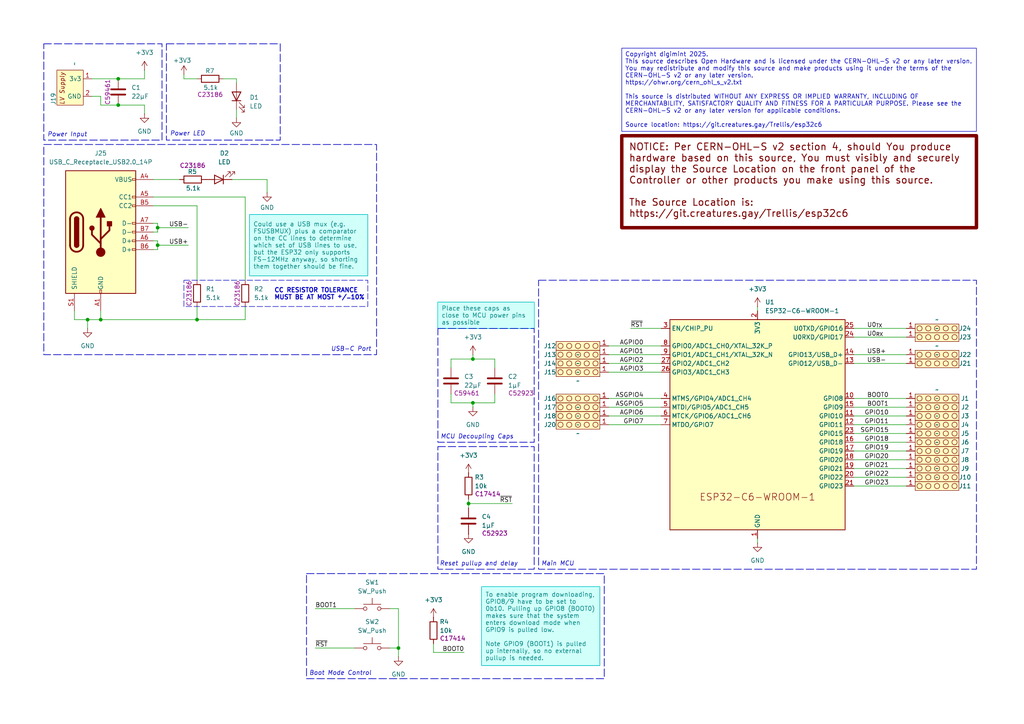
<source format=kicad_sch>
(kicad_sch (version 20231120) (generator "eeschema") (generator_version "8.0")
  (paper "A4")
  (title_block (title "Trellis ESP32-C6-WROOM module") (date "2025-04-03") (rev "1") (company "https://git.creatures.gay/Trellis/esp32c6") (comment 3 "Licensed under the CERN OHL-S v2") (comment 4 "Copyright 2025 digimint"))
  (lib_symbols
    (symbol "Connector:USB_C_Receptacle_USB2.0_14P" (pin_names (offset 1.016))
      (property "Reference" "J" (at 0 22.225 0))
      (property "Value" "USB_C_Receptacle_USB2.0_14P" (at 0 19.685 0))
      (symbol "USB_C_Receptacle_USB2.0_14P_0_0"
        (rectangle (start -0.254 -17.78) (end 0.254 -16.764))
        (rectangle (start 10.16 -4.826) (end 9.144 -5.334))
        (rectangle (start 10.16 -2.286) (end 9.144 -2.794))
        (rectangle (start 10.16 0.254) (end 9.144 -0.254))
        (rectangle (start 10.16 2.794) (end 9.144 2.286))
        (rectangle (start 10.16 7.874) (end 9.144 7.366))
        (rectangle (start 10.16 10.414) (end 9.144 9.906))
        (rectangle (start 10.16 15.494) (end 9.144 14.986))
      )
      (symbol "USB_C_Receptacle_USB2.0_14P_0_1"
        (rectangle (start -10.16 17.78) (end 10.16 -17.78) (stroke (width 0.254)) (fill (type background)))
        (arc (start -8.89 -3.81) (mid -6.985 -5.7067) (end -5.08 -3.81) (stroke (width 0.508)))
        (arc (start -7.62 -3.81) (mid -6.985 -4.4423) (end -6.35 -3.81) (stroke (width 0.254)))
        (arc (start -7.62 -3.81) (mid -6.985 -4.4423) (end -6.35 -3.81) (stroke (width 0.254)) (fill (type outline)))
        (rectangle (start -7.62 -3.81) (end -6.35 3.81) (stroke (width 0.254)) (fill (type outline)))
        (arc (start -6.35 3.81) (mid -6.985 4.4423) (end -7.62 3.81) (stroke (width 0.254)))
        (arc (start -6.35 3.81) (mid -6.985 4.4423) (end -7.62 3.81) (stroke (width 0.254)) (fill (type outline)))
        (arc (start -5.08 3.81) (mid -6.985 5.7067) (end -8.89 3.81) (stroke (width 0.508)))
        (circle (center -2.54 1.143) (radius 0.635) (stroke (width 0.254)) (fill (type outline)))
        (circle (center 0 -5.842) (radius 1.27) (fill (type outline)))
        (polyline (pts (xy -8.89 -3.81) (xy -8.89 3.81)) (stroke (width 0.508)))
        (polyline (pts (xy -5.08 3.81) (xy -5.08 -3.81)) (stroke (width 0.508)))
        (polyline (pts (xy 0 -5.842) (xy 0 4.318)) (stroke (width 0.508)))
        (polyline (pts (xy 0 -3.302) (xy -2.54 -0.762) (xy -2.54 0.508)) (stroke (width 0.508)))
        (polyline (pts (xy 0 -2.032) (xy 2.54 0.508) (xy 2.54 1.778)) (stroke (width 0.508)))
        (polyline (pts (xy -1.27 4.318) (xy 0 6.858) (xy 1.27 4.318) (xy -1.27 4.318)) (stroke (width 0.254)) (fill (type outline)))
        (rectangle (start 1.905 1.778) (end 3.175 3.048) (stroke (width 0.254)) (fill (type outline)))
      )
      (symbol "USB_C_Receptacle_USB2.0_14P_1_1"
        (pin passive line (at 0 -22.86 90) (length 5.08) (name "GND") (number "A1"))
        (pin passive line (at 0 -22.86 90) (length 5.08) hide (name "GND") (number "A12"))
        (pin passive line (at 15.24 15.24 180) (length 5.08) (name "VBUS") (number "A4"))
        (pin bidirectional line (at 15.24 10.16 180) (length 5.08) (name "CC1") (number "A5"))
        (pin bidirectional line (at 15.24 -2.54 180) (length 5.08) (name "D+") (number "A6"))
        (pin bidirectional line (at 15.24 2.54 180) (length 5.08) (name "D-") (number "A7"))
        (pin passive line (at 15.24 15.24 180) (length 5.08) hide (name "VBUS") (number "A9"))
        (pin passive line (at 0 -22.86 90) (length 5.08) hide (name "GND") (number "B1"))
        (pin passive line (at 0 -22.86 90) (length 5.08) hide (name "GND") (number "B12"))
        (pin passive line (at 15.24 15.24 180) (length 5.08) hide (name "VBUS") (number "B4"))
        (pin bidirectional line (at 15.24 7.62 180) (length 5.08) (name "CC2") (number "B5"))
        (pin bidirectional line (at 15.24 -5.08 180) (length 5.08) (name "D+") (number "B6"))
        (pin bidirectional line (at 15.24 0 180) (length 5.08) (name "D-") (number "B7"))
        (pin passive line (at 15.24 15.24 180) (length 5.08) hide (name "VBUS") (number "B9"))
        (pin passive line (at -7.62 -22.86 90) (length 5.08) (name "SHIELD") (number "S1"))
      )
    )
    (symbol "Device:C" (pin_numbers hide) (pin_names (offset 0.254))
      (property "Reference" "C" (at 0.635 2.54 0))
      (property "Value" "C" (at 0.635 -2.54 0))
      (symbol "C_0_1"
        (polyline (pts (xy -2.032 -0.762) (xy 2.032 -0.762)) (stroke (width 0.508)))
        (polyline (pts (xy -2.032 0.762) (xy 2.032 0.762)) (stroke (width 0.508)))
      )
      (symbol "C_1_1"
        (pin passive line (at 0 3.81 270) (length 2.794) (name "~") (number "1"))
        (pin passive line (at 0 -3.81 90) (length 2.794) (name "~") (number "2"))
      )
    )
    (symbol "Device:LED" (pin_numbers hide) (pin_names (offset 1.016) hide)
      (property "Reference" "D" (at 0 2.54 0))
      (property "Value" "LED" (at 0 -2.54 0))
      (symbol "LED_0_1"
        (polyline (pts (xy -1.27 -1.27) (xy -1.27 1.27)) (stroke (width 0.254)))
        (polyline (pts (xy -1.27 0) (xy 1.27 0)))
        (polyline (pts (xy 1.27 -1.27) (xy 1.27 1.27) (xy -1.27 0) (xy 1.27 -1.27)) (stroke (width 0.254)))
        (polyline (pts (xy -3.048 -0.762) (xy -4.572 -2.286) (xy -3.81 -2.286) (xy -4.572 -2.286) (xy -4.572 -1.524)))
        (polyline (pts (xy -1.778 -0.762) (xy -3.302 -2.286) (xy -2.54 -2.286) (xy -3.302 -2.286) (xy -3.302 -1.524)))
      )
      (symbol "LED_1_1"
        (pin passive line (at -3.81 0 0) (length 2.54) (name "K") (number "1"))
        (pin passive line (at 3.81 0 180) (length 2.54) (name "A") (number "2"))
      )
    )
    (symbol "Device:R" (pin_numbers hide) (pin_names (offset 0))
      (property "Reference" "R" (at 2.032 0 90))
      (property "Value" "R" (at 0 0 90))
      (symbol "R_0_1"
        (rectangle (start -1.016 -2.54) (end 1.016 2.54) (stroke (width 0.254)))
      )
      (symbol "R_1_1"
        (pin passive line (at 0 3.81 270) (length 1.27) (name "~") (number "1"))
        (pin passive line (at 0 -3.81 90) (length 1.27) (name "~") (number "2"))
      )
    )
    (symbol "PCM_Espressif:ESP32-C6-WROOM-1"
      (property "Reference" "U" (at -25.4 35.56 0))
      (property "Value" "ESP32-C6-WROOM-1" (at -25.4 33.02 0))
      (symbol "ESP32-C6-WROOM-1_0_0"
        (text "ESP32-C6-WROOM-1" (at 0 -20.955 0) (effects (font (size 2 2))))
      )
      (symbol "ESP32-C6-WROOM-1_0_1"
        (rectangle (start -25.4 30.48) (end 25.4 -30.48) (stroke (width 0.254)) (fill (type background)))
      )
      (symbol "ESP32-C6-WROOM-1_1_1"
        (pin power_in line (at 0 -33.02 90) (length 2.54) (name "GND") (number "1"))
        (pin bidirectional line (at 27.94 7.62 180) (length 2.54) (name "GPIO8") (number "10"))
        (pin bidirectional line (at 27.94 2.54 180) (length 2.54) (name "GPIO10") (number "11"))
        (pin bidirectional line (at 27.94 0 180) (length 2.54) (name "GPIO11") (number "12"))
        (pin bidirectional line (at 27.94 17.78 180) (length 2.54) (name "GPIO12/USB_D-") (number "13"))
        (pin bidirectional line (at 27.94 20.32 180) (length 2.54) (name "GPIO13/USB_D+") (number "14"))
        (pin bidirectional line (at 27.94 5.08 180) (length 2.54) (name "GPIO9") (number "15"))
        (pin bidirectional line (at 27.94 -5.08 180) (length 2.54) (name "GPIO18") (number "16"))
        (pin bidirectional line (at 27.94 -7.62 180) (length 2.54) (name "GPIO19") (number "17"))
        (pin bidirectional line (at 27.94 -10.16 180) (length 2.54) (name "GPIO20") (number "18"))
        (pin bidirectional line (at 27.94 -12.7 180) (length 2.54) (name "GPIO21") (number "19"))
        (pin power_in line (at 0 33.02 270) (length 2.54) (name "3V3") (number "2"))
        (pin bidirectional line (at 27.94 -15.24 180) (length 2.54) (name "GPIO22") (number "20"))
        (pin bidirectional line (at 27.94 -17.78 180) (length 2.54) (name "GPIO23") (number "21"))
        (pin no_connect line (at -25.4 -12.7 0) (length 2.54) hide (name "NC") (number "22"))
        (pin bidirectional line (at 27.94 -2.54 180) (length 2.54) (name "GPIO15") (number "23"))
        (pin bidirectional line (at 27.94 25.4 180) (length 2.54) (name "U0RXD/GPIO17") (number "24"))
        (pin bidirectional line (at 27.94 27.94 180) (length 2.54) (name "U0TXD/GPIO16") (number "25"))
        (pin bidirectional line (at -27.94 15.24 0) (length 2.54) (name "GPIO3/ADC1_CH3") (number "26"))
        (pin bidirectional line (at -27.94 17.78 0) (length 2.54) (name "GPIO2/ADC1_CH2") (number "27"))
        (pin passive line (at 0 -33.02 90) (length 2.54) hide (name "GND") (number "28"))
        (pin passive line (at 0 -33.02 90) (length 2.54) hide (name "GND") (number "29"))
        (pin input line (at -27.94 27.94 0) (length 2.54) (name "EN/CHIP_PU") (number "3"))
        (pin bidirectional line (at -27.94 7.62 0) (length 2.54) (name "MTMS/GPIO4/ADC1_CH4") (number "4"))
        (pin bidirectional line (at -27.94 5.08 0) (length 2.54) (name "MTDI/GPIO5/ADC1_CH5") (number "5"))
        (pin bidirectional line (at -27.94 2.54 0) (length 2.54) (name "MTCK/GPIO6/ADC1_CH6") (number "6"))
        (pin bidirectional line (at -27.94 0 0) (length 2.54) (name "MTDO/GPIO7") (number "7"))
        (pin bidirectional line (at -27.94 22.86 0) (length 2.54) (name "GPIO0/ADC1_CH0/XTAL_32K_P") (number "8"))
        (pin bidirectional line (at -27.94 20.32 0) (length 2.54) (name "GPIO1/ADC1_CH1/XTAL_32K_N") (number "9"))
      )
    )
    (symbol "ScelOVM_Standard_Symbols:trellis_con_1x5"
      (property "Reference" "J" (at 0 0 0))
      (symbol "trellis_con_1x5_0_1"
        (circle (center 0 -2.54) (radius 0.75))
        (circle (center 2.54 -2.54) (radius 0.75))
        (circle (center 5.08 -2.54) (radius 0.75))
        (circle (center 7.62 -2.54) (radius 0.75))
        (circle (center 10.16 -2.54) (radius 0.75))
      )
      (symbol "trellis_con_1x5_1_1"
        (rectangle (start -1.27 -1.27) (end 11.43 -3.81) (fill (type background)))
        (pin bidirectional line (at -3.81 -2.54 0) (length 2.54) (name "") (number "1"))
      )
    )
    (symbol "ScelOVM_Standard_Symbols:trellis_con_lv"
      (property "Reference" "J" (at -4.572 3.556 0))
      (symbol "trellis_con_lv_1_1"
        (rectangle (start -5.08 2.54) (end 5.08 -5.08) (fill (type background)))
        (text "LV Supply" (at 4.572 1.016 0) (effects (font (size 1.27 1.27) (italic yes)) (justify right)))
        (pin power_in line (at 2.54 -7.62 90) (length 2.54) (name "3v3") (number "1"))
        (pin power_in line (at -2.54 -7.62 90) (length 2.54) (name "GND") (number "2"))
      )
    )
    (symbol "Switch:SW_Push" (pin_numbers hide) (pin_names (offset 1.016) hide)
      (property "Reference" "SW" (at 1.27 2.54 0))
      (property "Value" "SW_Push" (at 0 -1.524 0))
      (symbol "SW_Push_0_1"
        (circle (center -2.032 0) (radius 0.508))
        (polyline (pts (xy 0 1.27) (xy 0 3.048)))
        (polyline (pts (xy 2.54 1.27) (xy -2.54 1.27)))
        (circle (center 2.032 0) (radius 0.508))
        (pin passive line (at -5.08 0 0) (length 2.54) (name "1") (number "1"))
        (pin passive line (at 5.08 0 180) (length 2.54) (name "2") (number "2"))
      )
    )
    (symbol "power:+3V3" (power) (pin_numbers hide) (pin_names (offset 0) hide)
      (property "Value" "+3V3" (at 0 3.556 0))
      (symbol "+3V3_0_1"
        (polyline (pts (xy -0.762 1.27) (xy 0 2.54)))
        (polyline (pts (xy 0 0) (xy 0 2.54)))
        (polyline (pts (xy 0 2.54) (xy 0.762 1.27)))
      )
      (symbol "+3V3_1_1"
        (pin power_in line (at 0 0 90) (length 0) (name "~") (number "1"))
      )
    )
    (symbol "power:GND" (power) (pin_numbers hide) (pin_names (offset 0) hide)
      (property "Value" "GND" (at 0 -3.81 0))
      (symbol "GND_0_1"
        (polyline (pts (xy 0 0) (xy 0 -1.27) (xy 1.27 -1.27) (xy 0 -2.54) (xy -1.27 -1.27) (xy 0 -1.27)))
      )
      (symbol "GND_1_1"
        (pin power_in line (at 0 0 270) (length 0) (name "~") (number "1"))
      )
    )
  )
  (junction (at 137.16 104.14))
  (junction (at 29.21 92.71))
  (junction (at 137.16 116.84))
  (junction (at 115.57 187.96))
  (junction (at 45.72 66.04))
  (junction (at 45.72 71.12))
  (junction (at 34.29 22.86))
  (junction (at 57.15 92.71))
  (junction (at 25.4 92.71))
  (junction (at 135.89 146.05))
  (junction (at 34.29 30.48))
  (wire (pts (xy 34.29 22.86) (xy 41.91 22.86)))
  (wire (pts (xy 137.16 118.11) (xy 137.16 116.84)))
  (wire (pts (xy 68.58 22.86) (xy 68.58 24.13)))
  (wire (pts (xy 29.21 92.71) (xy 29.21 90.17)))
  (wire (pts (xy 45.72 66.04) (xy 45.72 67.31)))
  (wire (pts (xy 219.71 88.9) (xy 219.71 90.17)))
  (wire (pts (xy 262.89 95.25) (xy 247.65 95.25)))
  (wire (pts (xy 137.16 116.84) (xy 143.51 116.84)))
  (wire (pts (xy 176.53 118.11) (xy 191.77 118.11)))
  (wire (pts (xy 130.81 106.68) (xy 130.81 104.14)))
  (wire (pts (xy 130.81 104.14) (xy 137.16 104.14)))
  (wire (pts (xy 176.53 120.65) (xy 191.77 120.65)))
  (wire (pts (xy 25.4 92.71) (xy 29.21 92.71)))
  (wire (pts (xy 135.89 146.05) (xy 148.59 146.05)))
  (wire (pts (xy 143.51 116.84) (xy 143.51 114.3)))
  (wire (pts (xy 52.07 52.07) (xy 44.45 52.07)))
  (wire (pts (xy 262.89 123.19) (xy 247.65 123.19)))
  (wire (pts (xy 262.89 133.35) (xy 247.65 133.35)))
  (wire (pts (xy 26.67 27.94) (xy 29.21 27.94)))
  (wire (pts (xy 44.45 59.69) (xy 57.15 59.69)))
  (wire (pts (xy 130.81 114.3) (xy 130.81 116.84)))
  (wire (pts (xy 115.57 187.96) (xy 115.57 190.5)))
  (wire (pts (xy 219.71 157.48) (xy 219.71 156.21)))
  (wire (pts (xy 71.12 57.15) (xy 71.12 81.28)))
  (wire (pts (xy 34.29 30.48) (xy 41.91 30.48)))
  (wire (pts (xy 45.72 69.85) (xy 45.72 71.12)))
  (wire (pts (xy 26.67 22.86) (xy 34.29 22.86)))
  (wire (pts (xy 262.89 97.79) (xy 247.65 97.79)))
  (wire (pts (xy 176.53 123.19) (xy 191.77 123.19)))
  (wire (pts (xy 45.72 67.31) (xy 44.45 67.31)))
  (wire (pts (xy 115.57 176.53) (xy 115.57 187.96)))
  (wire (pts (xy 41.91 33.02) (xy 41.91 30.48)))
  (wire (pts (xy 135.89 146.05) (xy 135.89 144.78)))
  (wire (pts (xy 91.44 176.53) (xy 102.87 176.53)))
  (wire (pts (xy 53.34 22.86) (xy 53.34 21.59)))
  (wire (pts (xy 262.89 120.65) (xy 247.65 120.65)))
  (wire (pts (xy 182.88 95.25) (xy 191.77 95.25)))
  (wire (pts (xy 77.47 52.07) (xy 77.47 55.88)))
  (wire (pts (xy 125.73 189.23) (xy 134.62 189.23)))
  (wire (pts (xy 41.91 20.32) (xy 41.91 22.86)))
  (wire (pts (xy 67.31 52.07) (xy 77.47 52.07)))
  (wire (pts (xy 68.58 34.29) (xy 68.58 31.75)))
  (wire (pts (xy 262.89 138.43) (xy 247.65 138.43)))
  (wire (pts (xy 29.21 92.71) (xy 57.15 92.71)))
  (wire (pts (xy 45.72 64.77) (xy 45.72 66.04)))
  (wire (pts (xy 143.51 104.14) (xy 143.51 106.68)))
  (wire (pts (xy 45.72 71.12) (xy 54.61 71.12)))
  (wire (pts (xy 45.72 71.12) (xy 45.72 72.39)))
  (wire (pts (xy 262.89 105.41) (xy 247.65 105.41)))
  (wire (pts (xy 45.72 66.04) (xy 54.61 66.04)))
  (wire (pts (xy 113.03 176.53) (xy 115.57 176.53)))
  (wire (pts (xy 262.89 115.57) (xy 247.65 115.57)))
  (wire (pts (xy 176.53 100.33) (xy 191.77 100.33)))
  (wire (pts (xy 262.89 102.87) (xy 247.65 102.87)))
  (wire (pts (xy 25.4 95.25) (xy 25.4 92.71)))
  (wire (pts (xy 137.16 104.14) (xy 143.51 104.14)))
  (wire (pts (xy 29.21 27.94) (xy 29.21 30.48)))
  (wire (pts (xy 262.89 130.81) (xy 247.65 130.81)))
  (wire (pts (xy 91.44 187.96) (xy 102.87 187.96)))
  (wire (pts (xy 53.34 22.86) (xy 57.15 22.86)))
  (wire (pts (xy 176.53 102.87) (xy 191.77 102.87)))
  (wire (pts (xy 113.03 187.96) (xy 115.57 187.96)))
  (wire (pts (xy 71.12 88.9) (xy 71.12 92.71)))
  (wire (pts (xy 135.89 147.32) (xy 135.89 146.05)))
  (wire (pts (xy 176.53 107.95) (xy 191.77 107.95)))
  (wire (pts (xy 262.89 125.73) (xy 247.65 125.73)))
  (wire (pts (xy 57.15 92.71) (xy 71.12 92.71)))
  (wire (pts (xy 21.59 92.71) (xy 25.4 92.71)))
  (wire (pts (xy 130.81 116.84) (xy 137.16 116.84)))
  (wire (pts (xy 45.72 72.39) (xy 44.45 72.39)))
  (wire (pts (xy 125.73 186.69) (xy 125.73 189.23)))
  (wire (pts (xy 262.89 128.27) (xy 247.65 128.27)))
  (wire (pts (xy 176.53 105.41) (xy 191.77 105.41)))
  (wire (pts (xy 137.16 102.87) (xy 137.16 104.14)))
  (wire (pts (xy 57.15 88.9) (xy 57.15 92.71)))
  (wire (pts (xy 262.89 140.97) (xy 247.65 140.97)))
  (wire (pts (xy 64.77 22.86) (xy 68.58 22.86)))
  (wire (pts (xy 44.45 69.85) (xy 45.72 69.85)))
  (wire (pts (xy 29.21 30.48) (xy 34.29 30.48)))
  (wire (pts (xy 44.45 57.15) (xy 71.12 57.15)))
  (wire (pts (xy 262.89 118.11) (xy 247.65 118.11)))
  (wire (pts (xy 176.53 115.57) (xy 191.77 115.57)))
  (wire (pts (xy 21.59 90.17) (xy 21.59 92.71)))
  (wire (pts (xy 262.89 135.89) (xy 247.65 135.89)))
  (wire (pts (xy 44.45 64.77) (xy 45.72 64.77)))
  (wire (pts (xy 57.15 59.69) (xy 57.15 81.28)))
  (rectangle (start 48.26 12.7) (end 81.28 40.64) (stroke (width 0.2) (type dash)))
  (rectangle (start 127 129.54) (end 154.94 165.1) (stroke (width 0.2) (type dash)))
  (rectangle (start 53.34 81.28) (end 106.68 88.9) (stroke (width 0) (type dash)))
  (rectangle (start 12.7 12.7) (end 46.99 40.64) (stroke (width 0.2) (type dash)))
  (rectangle (start 156.21 81.28) (end 283.21 165.1) (stroke (width 0.2) (type dash)))
  (rectangle (start 88.9 166.37) (end 175.26 196.85) (stroke (width 0.2) (type dash)))
  (rectangle (start 127 95.25) (end 154.94 128.27) (stroke (width 0.2) (type dash)))
  (rectangle (start 12.7 41.91) (end 109.22 102.87) (stroke (width 0.2) (type dash)))
  (text_box "To enable program downloading, GPIO8/9 have to be set to 0b10. Pulling up GPIO8 (BOOT0) makes sure that the system enters download mode when GPIO9 is pulled low.\n\nNote GPIO9 (BOOT1) is pulled up internally, so no external pullup is needed." (at 139.7 170.18 0) (size 34.29 22.86) (stroke (width 0.2) (color 0 194 194 1)) (fill (type color) (color 209 255 249 1)) (effects (font (size 1.27 1.27)) (justify left)))
  (text_box "Place these caps as close to MCU power pins as possible" (at 127 87.63 0) (size 27.94 7.62) (stroke (width 0.2) (color 0 194 194 1)) (fill (type color) (color 209 255 249 1)) (effects (font (size 1.27 1.27)) (justify left)))
  (text_box "NOTICE: Per CERN-OHL-S v2 section 4, should You produce hardware based on this source, You must visibly and securely display the Source Location on the front panel of the Controller or other products you make using this source.\n\nThe Source Location is:\nhttps://git.creatures.gay/Trellis/esp32c6" (at 180.34 39.37 0) (size 102.87 26.67) (stroke (width 1) (color 122 0 0 1)) (effects (font (size 2 2) (thickness 0.254) (bold yes)) (justify left top)))
  (text_box "Could use a USB mux (e.g. FSUSBMUX) plus a comparator on the CC lines to determine which set of USB lines to use, but the ESP32 only supports FS-12MHz anyway, so shorting them together should be fine." (at 72.39 62.23 0) (size 34.29 17.78) (stroke (width 0.2) (color 0 194 194 1)) (fill (type color) (color 209 255 249 1)) (effects (font (size 1.27 1.27)) (justify left)))
  (text_box "Copyright digimint 2025.\nThis source describes Open Hardware and is licensed under the CERN-OHL-S v2 or any later version.\nYou may redistribute and modify this source and make products using it under the terms of the CERN-OHL-S v2 or any later version.\nhttps://ohwr.org/cern_ohl_s_v2.txt\n\nThis source is distributed WITHOUT ANY EXPRESS OR IMPLIED WARRANTY, INCLUDING OF MERCHANTABILITY, SATISFACTORY QUALITY AND FITNESS FOR A PARTICULAR PURPOSE. Please see the CERN-OHL-S v2 or any later version for applicable conditions.\n\nSource location: https://git.creatures.gay/Trellis/esp32c6" (at 180.34 13.97 0) (size 102.87 24.13) (effects (font (size 1.27 1.27)) (justify left top)))
  (text "Power LED" (at 49.276 38.862 0) (effects (font (size 1.27 1.27) (italic yes)) (justify left)))
  (text "Main MCU" (at 156.972 163.576 0) (effects (font (size 1.27 1.27) (italic yes)) (justify left)))
  (text "Power Input" (at 13.716 39.116 0) (effects (font (size 1.27 1.27) (italic yes)) (justify left)))
  (text "Reset pullup and delay" (at 127.508 163.576 0) (effects (font (size 1.27 1.27) (italic yes)) (justify left)))
  (text "MCU Decoupling Caps" (at 127.762 126.746 0) (effects (font (size 1.27 1.27) (italic yes)) (justify left)))
  (text "USB-C Port" (at 107.696 101.346 0) (effects (font (size 1.27 1.27) (italic yes)) (justify right)))
  (text "CC RESISTOR TOLERANCE\nMUST BE AT MOST ^{+}/_{-}10%" (at 79.502 87.122 0) (effects (font (size 1.27 1.27) (bold yes)) (justify left bottom)))
  (text "Boot Mode Control" (at 89.662 195.326 0) (effects (font (size 1.27 1.27) (italic yes)) (justify left)))
  (label "~{RST}" (at 148.59 146.05 180))
  (label "AGPIO6" (at 186.69 120.65 180))
  (label "GPIO21" (at 257.81 135.89 180))
  (label "GPIO23" (at 257.81 140.97 180))
  (label "~{RST}" (at 91.44 187.96 0))
  (label "BOOT0" (at 134.62 189.23 180))
  (label "GPIO20" (at 257.81 133.35 180))
  (label "ASGPIO5" (at 186.69 118.11 180))
  (label "AGPIO2" (at 186.69 105.41 180))
  (label "BOOT0" (at 251.46 115.57 0))
  (label "USB+" (at 54.61 71.12 180))
  (label "GPIO19" (at 257.81 130.81 180))
  (label "~{RST}" (at 182.88 95.25 0))
  (label "GPIO22" (at 257.81 138.43 180))
  (label "SGPIO15" (at 257.81 125.73 180))
  (label "BOOT1" (at 251.46 118.11 0))
  (label "U0_{TX}" (at 251.46 95.25 0))
  (label "GPIO18" (at 257.81 128.27 180))
  (label "USB+" (at 251.46 102.87 0))
  (label "BOOT1" (at 91.44 176.53 0))
  (label "AGPIO0" (at 186.69 100.33 180))
  (label "GPIO10" (at 257.81 120.65 180))
  (label "USB-" (at 54.61 66.04 180))
  (label "AGPIO3" (at 186.69 107.95 180))
  (label "AGPIO1" (at 186.69 102.87 180))
  (label "ASGPIO4" (at 186.69 115.57 180))
  (label "U0_{RX}" (at 251.46 97.79 0))
  (label "GPIO11" (at 257.81 123.19 180))
  (label "GPIO7" (at 186.69 123.19 180))
  (label "USB-" (at 251.46 105.41 0))
  (symbol (lib_id "ScelOVM_Standard_Symbols:trellis_con_1x5") (at 172.72 105.41 180) (unit 1)
    (property "Reference" "J13" (at 159.512 102.87 0))
    (property "Value" "~" (at 167.64 105.41 0))
    (property "Footprint" "Trellis:trellis_io_1x5" (effects (hide yes)))
  )
  (symbol (lib_id "Device:LED") (at 63.5 52.07 180) (unit 1)
    (property "Reference" "D2" (at 65.0875 44.45 0))
    (property "Value" "LED" (at 65.0875 46.99 0))
    (property "Footprint" "LED_THT:LED_D5.0mm" (effects (hide yes)))
    (property "Description" "Light emitting diode" (effects (hide yes)))
  )
  (symbol (lib_id "power:GND") (at 115.57 190.5 0) (unit 1)
    (property "Reference" "#PWR013" (effects (hide yes)))
    (property "Value" "GND" (at 115.57 195.58 0))
    (property "Description" "Power symbol creates a global label with name \"GND\" , ground" (effects (hide yes)))
  )
  (symbol (lib_id "Device:R") (at 55.88 52.07 90) (unit 1)
    (property "Reference" "R5" (at 57.15 49.784 90) (effects (justify left)))
    (property "Value" "5.1k" (at 58.166 54.61 90) (effects (justify left)))
    (property "Footprint" "Resistor_SMD:R_0603_1608Metric" (effects (hide yes)))
    (property "Description" "Resistor" (effects (hide yes)))
    (property "LCSC" "C23186" (at 55.88 48.006 90))
  )
  (symbol (lib_id "ScelOVM_Standard_Symbols:trellis_con_1x5") (at 266.7 100.33 0) (unit 1)
    (property "Reference" "J22" (at 279.908 102.87 0))
    (property "Value" "~" (at 271.78 100.33 0))
    (property "Footprint" "Trellis:trellis_io_1x5" (effects (hide yes)))
  )
  (symbol (lib_id "power:+3V3") (at 219.71 88.9 0) (unit 1)
    (property "Reference" "#PWR07" (effects (hide yes)))
    (property "Value" "+3V3" (at 219.71 83.82 0))
    (property "Description" "Power symbol creates a global label with name \"+3V3\"" (effects (hide yes)))
  )
  (symbol (lib_id "Switch:SW_Push") (at 107.95 187.96 0) (unit 1)
    (property "Reference" "SW2" (at 107.95 180.34 0))
    (property "Value" "SW_Push" (at 107.95 182.88 0))
    (property "Footprint" "Button_Switch_THT:SW_PUSH_6mm" (effects (hide yes)))
    (property "Description" "Push button switch, generic, two pins" (effects (hide yes)))
  )
  (symbol (lib_id "ScelOVM_Standard_Symbols:trellis_con_1x5") (at 172.72 107.95 180) (unit 1)
    (property "Reference" "J14" (at 159.512 105.41 0))
    (property "Value" "~" (at 167.64 107.95 0))
    (property "Footprint" "Trellis:trellis_io_1x5" (effects (hide yes)))
  )
  (symbol (lib_id "ScelOVM_Standard_Symbols:trellis_con_1x5") (at 266.7 138.43 0) (unit 1)
    (property "Reference" "J11" (at 279.908 140.97 0))
    (property "Value" "~" (at 271.78 138.43 0))
    (property "Footprint" "Trellis:trellis_io_1x5" (effects (hide yes)))
  )
  (symbol (lib_id "power:GND") (at 137.16 118.11 0) (unit 1)
    (property "Reference" "#PWR05" (effects (hide yes)))
    (property "Value" "GND" (at 137.16 123.19 0))
    (property "Description" "Power symbol creates a global label with name \"GND\" , ground" (effects (hide yes)))
  )
  (symbol (lib_id "ScelOVM_Standard_Symbols:trellis_con_1x5") (at 266.7 123.19 0) (unit 1)
    (property "Reference" "J5" (at 279.908 125.73 0))
    (property "Value" "~" (at 271.78 123.19 0))
    (property "Footprint" "Trellis:trellis_io_1x5" (effects (hide yes)))
  )
  (symbol (lib_id "ScelOVM_Standard_Symbols:trellis_con_1x5") (at 266.7 130.81 0) (unit 1)
    (property "Reference" "J8" (at 279.908 133.35 0))
    (property "Value" "~" (at 271.78 130.81 0))
    (property "Footprint" "Trellis:trellis_io_1x5" (effects (hide yes)))
  )
  (symbol (lib_id "power:GND") (at 77.47 55.88 0) (unit 1)
    (property "Reference" "#PWR014" (effects (hide yes)))
    (property "Value" "GND" (at 77.47 60.198 0))
    (property "Description" "Power symbol creates a global label with name \"GND\" , ground" (effects (hide yes)))
  )
  (symbol (lib_id "power:GND") (at 25.4 95.25 0) (unit 1)
    (property "Reference" "#PWR09" (effects (hide yes)))
    (property "Value" "GND" (at 25.4 100.33 0))
    (property "Description" "Power symbol creates a global label with name \"GND\" , ground" (effects (hide yes)))
  )
  (symbol (lib_id "Device:R") (at 125.73 182.88 0) (unit 1)
    (property "Reference" "R4" (at 127.508 180.34 0) (effects (justify left)))
    (property "Value" "10k" (at 127.508 182.88 0) (effects (justify left)))
    (property "Footprint" "Resistor_SMD:R_0805_2012Metric" (effects (hide yes)))
    (property "Description" "Resistor" (effects (hide yes)))
    (property "LCSC" "C17414" (at 131.318 185.1661 0))
  )
  (symbol (lib_id "Device:C") (at 135.89 151.13 0) (unit 1)
    (property "Reference" "C4" (at 139.7 149.8599 0) (effects (justify left)))
    (property "Value" "1µF" (at 139.7 152.3999 0) (effects (justify left)))
    (property "Footprint" "Capacitor_SMD:C_0402_1005Metric" (effects (hide yes)))
    (property "Description" "Unpolarized capacitor" (effects (hide yes)))
    (property "LCSC" "C52923" (at 143.51 154.686 0))
  )
  (symbol (lib_id "Switch:SW_Push") (at 107.95 176.53 0) (unit 1)
    (property "Reference" "SW1" (at 107.95 168.91 0))
    (property "Value" "SW_Push" (at 107.95 171.45 0))
    (property "Footprint" "Button_Switch_THT:SW_PUSH_6mm" (effects (hide yes)))
    (property "Description" "Push button switch, generic, two pins" (effects (hide yes)))
  )
  (symbol (lib_id "ScelOVM_Standard_Symbols:trellis_con_1x5") (at 266.7 118.11 0) (unit 1)
    (property "Reference" "J3" (at 279.908 120.65 0))
    (property "Value" "~" (at 271.78 118.11 0))
    (property "Footprint" "Trellis:trellis_io_1x5" (effects (hide yes)))
  )
  (symbol (lib_id "Device:C") (at 34.29 26.67 0) (unit 1)
    (property "Reference" "C1" (at 38.1 25.3999 0) (effects (justify left)))
    (property "Value" "22μF" (at 38.1 27.9399 0) (effects (justify left)))
    (property "Footprint" "Capacitor_SMD:C_0603_1608Metric" (effects (hide yes)))
    (property "Description" "Unpolarized capacitor" (effects (hide yes)))
    (property "LCSC" "C59461" (at 31.242 26.67 90))
  )
  (symbol (lib_id "PCM_Espressif:ESP32-C6-WROOM-1") (at 219.71 123.19 0) (unit 1)
    (property "Reference" "U1" (at 221.9041 87.63 0) (effects (justify left)))
    (property "Value" "ESP32-C6-WROOM-1" (at 221.9041 90.17 0) (effects (justify left)))
    (property "Footprint" "PCM_Espressif:ESP32-C6-WROOM-1" (effects (hide yes)))
    (property "Datasheet" "https://www.espressif.com/sites/default/files/documentation/esp32-c6-wroom-1_wroom-1u_datasheet_en.pdf" (effects (hide yes)))
    (property "Description" "ESP32-C6-WROOM-1/U is a module that supports 2.4 GHz Wi-Fi 6 (802.11 ax), Bluetooth® 5 (LE), Zigbee and Thread (802.15.4)" (effects (hide yes)))
  )
  (symbol (lib_id "ScelOVM_Standard_Symbols:trellis_con_1x5") (at 266.7 133.35 0) (unit 1)
    (property "Reference" "J9" (at 279.908 135.89 0))
    (property "Value" "~" (at 271.78 133.35 0))
    (property "Footprint" "Trellis:trellis_io_1x5" (effects (hide yes)))
  )
  (symbol (lib_id "Device:R") (at 57.15 85.09 0) (unit 1)
    (property "Reference" "R1" (at 59.69 83.82 0) (effects (justify left)))
    (property "Value" "5.1k" (at 59.69 86.36 0) (effects (justify left)))
    (property "Footprint" "Resistor_SMD:R_0603_1608Metric" (effects (hide yes)))
    (property "Description" "Resistor" (effects (hide yes)))
    (property "LCSC" "C23186" (at 54.864 85.09 90))
  )
  (symbol (lib_id "ScelOVM_Standard_Symbols:trellis_con_1x5") (at 266.7 125.73 0) (unit 1)
    (property "Reference" "J6" (at 279.908 128.27 0))
    (property "Value" "~" (at 271.78 125.73 0))
    (property "Footprint" "Trellis:trellis_io_1x5" (effects (hide yes)))
  )
  (symbol (lib_id "power:+3V3") (at 135.89 137.16 0) (unit 1)
    (property "Reference" "#PWR010" (effects (hide yes)))
    (property "Value" "+3V3" (at 135.89 132.08 0))
    (property "Description" "Power symbol creates a global label with name \"+3V3\"" (effects (hide yes)))
  )
  (symbol (lib_id "power:+3V3") (at 53.34 21.59 0) (unit 1)
    (property "Reference" "#PWR03" (effects (hide yes)))
    (property "Value" "+3V3" (at 52.832 17.526 0))
    (property "Description" "Power symbol creates a global label with name \"+3V3\"" (effects (hide yes)))
  )
  (symbol (lib_id "ScelOVM_Standard_Symbols:trellis_con_1x5") (at 266.7 92.71 0) (unit 1)
    (property "Reference" "J24" (at 279.908 95.25 0))
    (property "Value" "~" (at 271.78 92.71 0))
    (property "Footprint" "Trellis:trellis_io_1x5" (effects (hide yes)))
  )
  (symbol (lib_id "Device:LED") (at 68.58 27.94 90) (unit 1)
    (property "Reference" "D1" (at 72.39 28.2574 90) (effects (justify right)))
    (property "Value" "LED" (at 72.39 30.7974 90) (effects (justify right)))
    (property "Footprint" "LED_THT:LED_D5.0mm" (effects (hide yes)))
    (property "Description" "Light emitting diode" (effects (hide yes)))
  )
  (symbol (lib_id "power:+3V3") (at 137.16 102.87 0) (unit 1)
    (property "Reference" "#PWR06" (effects (hide yes)))
    (property "Value" "+3V3" (at 137.16 97.79 0))
    (property "Description" "Power symbol creates a global label with name \"+3V3\"" (effects (hide yes)))
  )
  (symbol (lib_id "ScelOVM_Standard_Symbols:trellis_con_1x5") (at 172.72 118.11 180) (unit 1)
    (property "Reference" "J16" (at 159.512 115.57 0))
    (property "Value" "~" (at 167.64 118.11 0))
    (property "Footprint" "Trellis:trellis_io_1x5" (effects (hide yes)))
  )
  (symbol (lib_id "ScelOVM_Standard_Symbols:trellis_con_1x5") (at 172.72 102.87 180) (unit 1)
    (property "Reference" "J12" (at 159.512 100.33 0))
    (property "Value" "~" (at 167.64 102.87 0))
    (property "Footprint" "Trellis:trellis_io_1x5" (effects (hide yes)))
  )
  (symbol (lib_id "ScelOVM_Standard_Symbols:trellis_con_1x5") (at 266.7 95.25 0) (unit 1)
    (property "Reference" "J23" (at 279.908 97.79 0))
    (property "Value" "~" (at 271.78 95.25 0))
    (property "Footprint" "Trellis:trellis_io_1x5" (effects (hide yes)))
  )
  (symbol (lib_id "ScelOVM_Standard_Symbols:trellis_con_1x5") (at 172.72 125.73 180) (unit 1)
    (property "Reference" "J20" (at 159.512 123.19 0))
    (property "Value" "~" (at 167.64 125.73 0))
    (property "Footprint" "Trellis:trellis_io_1x5" (effects (hide yes)))
  )
  (symbol (lib_id "Device:R") (at 135.89 140.97 0) (unit 1)
    (property "Reference" "R3" (at 137.668 138.43 0) (effects (justify left)))
    (property "Value" "10k" (at 137.668 140.97 0) (effects (justify left)))
    (property "Footprint" "Resistor_SMD:R_0805_2012Metric" (effects (hide yes)))
    (property "Description" "Resistor" (effects (hide yes)))
    (property "LCSC" "C17414" (at 141.478 143.2561 0))
  )
  (symbol (lib_id "power:GND") (at 41.91 33.02 0) (unit 1)
    (property "Reference" "#PWR02" (effects (hide yes)))
    (property "Value" "GND" (at 41.91 38.1 0))
    (property "Description" "Power symbol creates a global label with name \"GND\" , ground" (effects (hide yes)))
  )
  (symbol (lib_id "power:+3V3") (at 125.73 179.07 0) (unit 1)
    (property "Reference" "#PWR012" (effects (hide yes)))
    (property "Value" "+3V3" (at 125.73 173.99 0))
    (property "Description" "Power symbol creates a global label with name \"+3V3\"" (effects (hide yes)))
  )
  (symbol (lib_id "Device:C") (at 130.81 110.49 0) (unit 1)
    (property "Reference" "C3" (at 134.62 109.2199 0) (effects (justify left)))
    (property "Value" "22μF" (at 134.62 111.7599 0) (effects (justify left)))
    (property "Footprint" "Capacitor_SMD:C_0603_1608Metric" (effects (hide yes)))
    (property "Description" "Unpolarized capacitor" (effects (hide yes)))
    (property "LCSC" "C59461" (at 135.382 114.046 0))
  )
  (symbol (lib_id "ScelOVM_Standard_Symbols:trellis_con_1x5") (at 266.7 135.89 0) (unit 1)
    (property "Reference" "J10" (at 279.908 138.43 0))
    (property "Value" "~" (at 271.78 135.89 0))
    (property "Footprint" "Trellis:trellis_io_1x5" (effects (hide yes)))
  )
  (symbol (lib_id "ScelOVM_Standard_Symbols:trellis_con_1x5") (at 172.72 123.19 180) (unit 1)
    (property "Reference" "J18" (at 159.512 120.65 0))
    (property "Value" "~" (at 167.64 123.19 0))
    (property "Footprint" "Trellis:trellis_io_1x5" (effects (hide yes)))
  )
  (symbol (lib_id "ScelOVM_Standard_Symbols:trellis_con_1x5") (at 172.72 110.49 180) (unit 1)
    (property "Reference" "J15" (at 159.512 107.95 0))
    (property "Value" "~" (at 167.64 110.49 0))
    (property "Footprint" "Trellis:trellis_io_1x5" (effects (hide yes)))
  )
  (symbol (lib_id "ScelOVM_Standard_Symbols:trellis_con_lv") (at 19.05 25.4 90) (unit 1)
    (property "Reference" "J19" (at 15.494 30.48 0) (effects (justify left)))
    (property "Value" "~" (at 21.59 19.05 0) (effects (justify left)))
    (property "Footprint" "Connector_JST:JST_EH_B2B-EH-A_1x02_P2.50mm_Vertical" (effects (hide yes)))
    (property "Description" "3.3v (LV) power connection for Scelunian Trellis modules" (effects (hide yes)))
  )
  (symbol (lib_id "ScelOVM_Standard_Symbols:trellis_con_1x5") (at 266.7 115.57 0) (unit 1)
    (property "Reference" "J2" (at 279.908 118.11 0))
    (property "Value" "~" (at 271.78 115.57 0))
    (property "Footprint" "Trellis:trellis_io_1x5" (effects (hide yes)))
  )
  (symbol (lib_id "Device:R") (at 60.96 22.86 90) (unit 1)
    (property "Reference" "R7" (at 62.23 20.574 90) (effects (justify left)))
    (property "Value" "5.1k" (at 63.246 25.4 90) (effects (justify left)))
    (property "Footprint" "Resistor_SMD:R_0603_1608Metric" (effects (hide yes)))
    (property "Description" "Resistor" (effects (hide yes)))
    (property "LCSC" "C23186" (at 60.96 27.432 90))
  )
  (symbol (lib_id "power:GND") (at 68.58 34.29 0) (unit 1)
    (property "Reference" "#PWR04" (effects (hide yes)))
    (property "Value" "GND" (at 68.58 38.608 0))
    (property "Description" "Power symbol creates a global label with name \"GND\" , ground" (effects (hide yes)))
  )
  (symbol (lib_id "ScelOVM_Standard_Symbols:trellis_con_1x5") (at 266.7 128.27 0) (unit 1)
    (property "Reference" "J7" (at 279.908 130.81 0))
    (property "Value" "~" (at 271.78 128.27 0))
    (property "Footprint" "Trellis:trellis_io_1x5" (effects (hide yes)))
  )
  (symbol (lib_id "Device:R") (at 71.12 85.09 0) (unit 1)
    (property "Reference" "R2" (at 73.66 83.82 0) (effects (justify left)))
    (property "Value" "5.1k" (at 73.66 86.36 0) (effects (justify left)))
    (property "Footprint" "Resistor_SMD:R_0603_1608Metric" (effects (hide yes)))
    (property "Description" "Resistor" (effects (hide yes)))
    (property "LCSC" "C23186" (at 68.834 85.09 90))
  )
  (symbol (lib_id "power:+3V3") (at 41.91 20.32 0) (unit 1)
    (property "Reference" "#PWR01" (effects (hide yes)))
    (property "Value" "+3V3" (at 41.91 15.24 0))
    (property "Description" "Power symbol creates a global label with name \"+3V3\"" (effects (hide yes)))
  )
  (symbol (lib_id "ScelOVM_Standard_Symbols:trellis_con_1x5") (at 266.7 102.87 0) (unit 1)
    (property "Reference" "J21" (at 279.908 105.41 0))
    (property "Value" "~" (at 271.78 102.87 0))
    (property "Footprint" "Trellis:trellis_io_1x5" (effects (hide yes)))
  )
  (symbol (lib_id "ScelOVM_Standard_Symbols:trellis_con_1x5") (at 172.72 120.65 180) (unit 1)
    (property "Reference" "J17" (at 159.512 118.11 0))
    (property "Value" "~" (at 167.64 120.65 0))
    (property "Footprint" "Trellis:trellis_io_1x5" (effects (hide yes)))
  )
  (symbol (lib_id "power:GND") (at 135.89 154.94 0) (unit 1)
    (property "Reference" "#PWR011" (effects (hide yes)))
    (property "Value" "GND" (at 135.89 160.02 0))
    (property "Description" "Power symbol creates a global label with name \"GND\" , ground" (effects (hide yes)))
  )
  (symbol (lib_id "power:GND") (at 219.71 157.48 0) (unit 1)
    (property "Reference" "#PWR08" (effects (hide yes)))
    (property "Value" "GND" (at 219.71 162.56 0))
    (property "Description" "Power symbol creates a global label with name \"GND\" , ground" (effects (hide yes)))
  )
  (symbol (lib_id "Device:C") (at 143.51 110.49 0) (unit 1)
    (property "Reference" "C2" (at 147.32 109.2199 0) (effects (justify left)))
    (property "Value" "1µF" (at 147.32 111.7599 0) (effects (justify left)))
    (property "Footprint" "Capacitor_SMD:C_0402_1005Metric" (effects (hide yes)))
    (property "Description" "Unpolarized capacitor" (effects (hide yes)))
    (property "LCSC" "C52923" (at 151.13 114.046 0))
  )
  (symbol (lib_id "ScelOVM_Standard_Symbols:trellis_con_1x5") (at 266.7 113.03 0) (unit 1)
    (property "Reference" "J1" (at 279.908 115.57 0))
    (property "Value" "~" (at 271.78 113.03 0))
    (property "Footprint" "Trellis:trellis_io_1x5" (effects (hide yes)))
  )
  (symbol (lib_id "ScelOVM_Standard_Symbols:trellis_con_1x5") (at 266.7 120.65 0) (unit 1)
    (property "Reference" "J4" (at 279.908 123.19 0))
    (property "Value" "~" (at 271.78 120.65 0))
    (property "Footprint" "Trellis:trellis_io_1x5" (effects (hide yes)))
  )
  (symbol (lib_id "Connector:USB_C_Receptacle_USB2.0_14P") (at 29.21 67.31 0) (unit 1)
    (property "Reference" "J25" (at 29.21 44.45 0))
    (property "Value" "USB_C_Receptacle_USB2.0_14P" (at 29.21 46.99 0))
    (property "Footprint" "Connector_USB:USB_C_Receptacle_GCT_USB4085" (effects (hide yes)))
    (property "Datasheet" "https://www.usb.org/sites/default/files/documents/usb_type-c.zip" (effects (hide yes)))
    (property "Description" "USB 2.0-only 14P Type-C Receptacle connector" (effects (hide yes)))
  )
)
</source>
